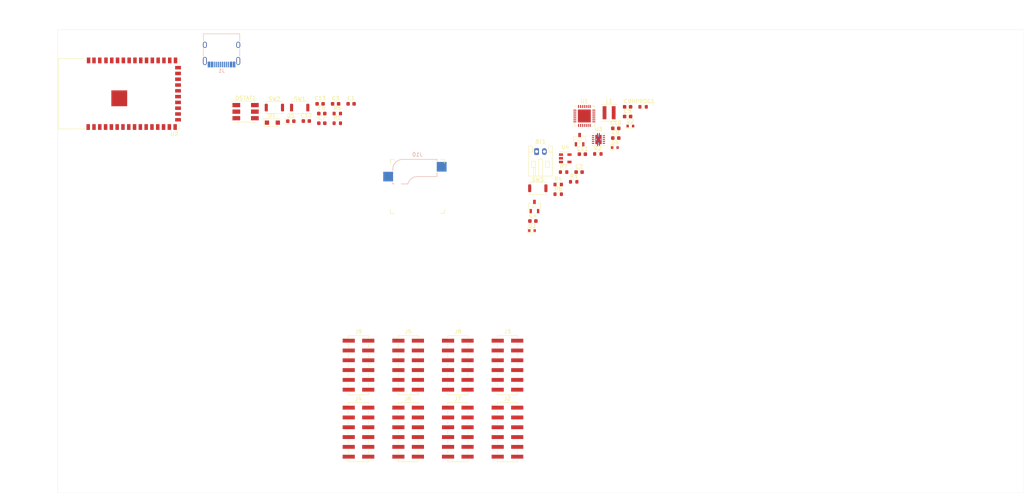
<source format=kicad_pcb>
(kicad_pcb (version 20210228) (generator pcbnew)
  (layers (0 "F.Cu" signal) (31 "B.Cu" signal) (34 "B.Paste" user) (35 "F.Paste" user) (36 "B.SilkS" user "B.Silkscreen") (37 "F.SilkS" user "F.Silkscreen") (38 "B.Mask" user) (39 "F.Mask" user) (44 "Edge.Cuts" user))
  (net 0 "")
  (net 1 "GND")
  (net 2 "+BATT")
  (net 3 "Net-(C1-Pad1)")
  (net 4 "+5V")
  (net 5 "+3V3")
  (net 6 "Net-(C4-Pad1)")
  (net 7 "Net-(C5-Pad1)")
  (net 8 "/EN")
  (net 9 "/IO0")
  (net 10 "VBUS")
  (net 11 "/D-")
  (net 12 "/D+")
  (net 13 "Net-(D5-Pad1)")
  (net 16 "/STAT_LED_C")
  (net 17 "/STAT_LED_D")
  (net 22 "/SMRST")
  (net 24 "/Submodule connectors/I2C_SCL_IN")
  (net 26 "/Submodule connectors/I2C_SDA_IN")
  (net 41 "Net-(L1-Pad2)")
  (net 42 "Net-(L1-Pad1)")
  (net 43 "/~DTR")
  (net 44 "/~RTS")
  (net 45 "Net-(R3-Pad2)")
  (net 46 "Net-(R4-Pad1)")
  (net 47 "Net-(R6-Pad1)")
  (net 48 "Net-(RPROG1-Pad2)")
  (net 50 "/TXD")
  (net 51 "/RXD")
  (footprint "RF_Module:ESP32-S2-WROVER" (layer "F.Cu") (at 39.624 36.576 90)
    (fp_text reference "U2" (at -10.41 10.53) (layer "F.SilkS"))
    (fp_text value "ESP32-S2-WROVER")
    (pad "1" smd rect (at -8.625 -11.775 90) (size 1.5 0.9) (layers "F.Cu" "F.Paste" "F.Mask") (net 1 "GND"))
    (pad "2" smd rect (at -8.625 -10.275 90) (size 1.5 0.9) (layers "F.Cu" "F.Paste" "F.Mask") (net 5 "+3V3"))
    (pad "3" smd rect (at -8.625 -8.775 90) (size 1.5 0.9) (layers "F.Cu" "F.Paste" "F.Mask") (net 9 "/IO0"))
    (pad "4" smd rect (at -8.625 -7.275 90) (size 1.5 0.9) (layers "F.Cu" "F.Paste" "F.Mask"))
    (pad "5" smd rect (at -8.625 -5.775 90) (size 1.5 0.9) (layers "F.Cu" "F.Paste" "F.Mask"))
    (pad "6" smd rect (at -8.625 -4.275 90) (size 1.5 0.9) (layers "F.Cu" "F.Paste" "F.Mask"))
    (pad "7" smd rect (at -8.625 -2.775 90) (size 1.5 0.9) (layers "F.Cu" "F.Paste" "F.Mask"))
    (pad "8" smd rect (at -8.625 -1.275 90) (size 1.5 0.9) (layers "F.Cu" "F.Paste" "F.Mask"))
    (pad "9" smd rect (at -8.625 0.225 90) (size 1.5 0.9) (layers "F.Cu" "F.Paste" "F.Mask"))
    (pad "10" smd rect (at -8.625 1.725 90) (size 1.5 0.9) (layers "F.Cu" "F.Paste" "F.Mask"))
    (pad "11" smd rect (at -8.625 3.225 90) (size 1.5 0.9) (layers "F.Cu" "F.Paste" "F.Mask"))
    (pad "12" smd rect (at -8.625 4.725 90) (size 1.5 0.9) (layers "F.Cu" "F.Paste" "F.Mask"))
    (pad "13" smd rect (at -8.625 6.225 90) (size 1.5 0.9) (layers "F.Cu" "F.Paste" "F.Mask"))
    (pad "14" smd rect (at -8.625 7.725 90) (size 1.5 0.9) (layers "F.Cu" "F.Paste" "F.Mask"))
    (pad "15" smd rect (at -8.625 9.225 270) (size 1.5 0.9) (layers "F.Cu" "F.Paste" "F.Mask"))
    (pad "16" smd rect (at -8.625 10.725 270) (size 1.5 0.9) (layers "F.Cu" "F.Paste" "F.Mask"))
    (pad "17" smd rect (at -6.75 11.475 90) (size 0.9 1.5) (layers "F.Cu" "F.Paste" "F.Mask"))
    (pad "18" smd rect (at -5.25 11.475 90) (size 0.9 1.5) (layers "F.Cu" "F.Paste" "F.Mask"))
    (pad "19" smd rect (at -3.75 11.475 90) (size 0.9 1.5) (layers "F.Cu" "F.Paste" "F.Mask"))
    (pad "20" smd rect (at -2.25 11.475 90) (size 0.9 1.5) (layers "F.Cu" "F.Paste" "F.Mask"))
    (pad "21" smd rect (at -0.75 11.475 90) (size 0.9 1.5) (layers "F.Cu" "F.Paste" "F.Mask"))
    (pad "22" smd rect (at 0.75 11.475 90) (size 0.9 1.5) (layers "F.Cu" "F.Paste" "F.Mask"))
    (pad "23" smd rect (at 2.25 11.475 90) (size 0.9 1.5) (layers "F.Cu" "F.Paste" "F.Mask"))
    (pad "24" smd rect (at 3.75 11.475 90) (size 0.9 1.5) (layers "F.Cu" "F.Paste" "F.Mask"))
    (pad "25" smd rect (at 5.25 11.475 90) (size 0.9 1.5) (layers "F.Cu" "F.Paste" "F.Mask"))
    (pad "26" smd rect (at 6.75 11.475 90) (size 0.9 1.5) (layers "F.Cu" "F.Paste" "F.Mask") (net 1 "GND"))
    (pad "27" smd rect (at 8.625 10.825 90) (size 1.5 0.9) (layers "F.Cu" "F.Paste" "F.Mask"))
    (pad "28" smd rect (at 8.625 9.325 90) (size 1.5 0.9) (layers "F.Cu" "F.Paste" "F.Mask"))
    (pad "29" smd rect (at 8.625 7.825 90) (size 1.5 0.9) (layers "F.Cu" "F.Paste" "F.Mask"))
    (pad "30" smd rect (at 8.625 6.325 90) (size 1.5 0.9) (layers "F.Cu" "F.Paste" "F.Mask"))
    (pad "31" smd rect (at 8.625 4.825 90) (size 1.5 0.9) (layers "F.Cu" "F.Paste" "F.Mask"))
    (pad "32" smd rect (at 8.625 3.325 90) (size 1.5 0.9) (layers "F.Cu" "F.Paste" "F.Mask"))
    (pad "33" smd rect (at 8.625 1.825 90) (size 1.5 0.9) (layers "F.Cu" "F.Paste" "F.Mask"))
    (pad "34" smd rect (at 8.625 0.325 90) (size 1.5 0.9) (layers "F.Cu" "F.Paste" "F.Mask"))
    (pad "35" smd rect (at 8.625 -1.175 90) (size 1.5 0.9) (layers "F.Cu" "F.Paste" "F.Mask"))
    (pad "36" smd rect (at 8.625 -2.675 90) (size 1.5 0.9) (layers "F.Cu" "F.Paste" "F.Mask"))
    (pad "37" smd rect (at 8.625 -4.175 90) (size 1.5 0.9) (layers "F.Cu" "F.Paste" "F.Mask"))
    (pad "38" smd rect (at 8.625 -5.675 90) (size 1.5 0.9) (layers "F.Cu" "F.Paste" "F.Mask"))
    (pad "39" smd rect (at 8.625 -7.175 90) (size 1.5 0.9) (layers "F.Cu" "F.Paste" "F.Mask"))
    (pad "40" smd rect (at 8.625 -8.775 90) (size 1.5 0.9) (layers "F.Cu" "F.Paste" "F.Mask"))
    (pad "41" smd rect (at 8.625 -10.275 90) (size 1.5 0.9) (layers "F.Cu" "F.Paste" "F.Mask") (net 8 "/EN"))
    (pad "42" smd rect (at 8.625 -11.675 90) (size 1.5 0.9) (layers "F.Cu" "F.Paste" "F.Mask") (net 1 "GND"))
    (pad "43" smd rect (at -1.19 -3.735 90) (size 4.1 4.1) (layers "F.Cu" "F.Paste" "F.Mask") (net 1 "GND"))
  )
  (footprint "Package_TO_SOT_SMD:SOT-23-5" (layer "F.Cu") (at 151.291 53.302)
    (fp_text reference "U4" (at 0 -2.9) (layer "F.SilkS"))
    (fp_text value "MCP73831-2-OT")
    (pad "1" smd rect (at -1.1 -0.95) (size 1.06 0.65) (layers "F.Cu" "F.Paste" "F.Mask") (net 47 "Net-(R6-Pad1)"))
    (pad "2" smd rect (at -1.1 0) (size 1.06 0.65) (layers "F.Cu" "F.Paste" "F.Mask") (net 1 "GND"))
    (pad "3" smd rect (at -1.1 0.95) (size 1.06 0.65) (layers "F.Cu" "F.Paste" "F.Mask") (net 2 "+BATT"))
    (pad "4" smd rect (at 1.1 0.95) (size 1.06 0.65) (layers "F.Cu" "F.Paste" "F.Mask") (net 4 "+5V"))
    (pad "5" smd rect (at 1.1 -0.95) (size 1.06 0.65) (layers "F.Cu" "F.Paste" "F.Mask") (net 48 "Net-(RPROG1-Pad2)"))
  )
  (footprint "Connector_PinHeader_2.54mm:PinHeader_2x06_P2.54mm_Vertical_SMD" (layer "F.Cu") (at 110.641 124.242)
    (fp_text reference "J6" (at 0 -8.68) (layer "F.SilkS"))
    (fp_text value "SubModule 1")
    (pad "1" smd rect (at -2.525 -6.35) (size 3.15 1) (layers "F.Cu" "F.Paste" "F.Mask") (net 1 "GND"))
    (pad "2" smd rect (at 2.525 -6.35) (size 3.15 1) (layers "F.Cu" "F.Paste" "F.Mask") (net 1 "GND"))
    (pad "3" smd rect (at -2.525 -3.81) (size 3.15 1) (layers "F.Cu" "F.Paste" "F.Mask") (net 5 "+3V3"))
    (pad "4" smd rect (at 2.525 -3.81) (size 3.15 1) (layers "F.Cu" "F.Paste" "F.Mask") (net 1 "GND"))
    (pad "5" smd rect (at -2.525 -1.27) (size 3.15 1) (layers "F.Cu" "F.Paste" "F.Mask") (net 1 "GND"))
    (pad "6" smd rect (at 2.525 -1.27) (size 3.15 1) (layers "F.Cu" "F.Paste" "F.Mask") (net 26 "/Submodule connectors/I2C_SDA_IN"))
    (pad "7" smd rect (at -2.525 1.27) (size 3.15 1) (layers "F.Cu" "F.Paste" "F.Mask"))
    (pad "8" smd rect (at 2.525 1.27) (size 3.15 1) (layers "F.Cu" "F.Paste" "F.Mask") (net 24 "/Submodule connectors/I2C_SCL_IN"))
    (pad "9" smd rect (at -2.525 3.81) (size 3.15 1) (layers "F.Cu" "F.Paste" "F.Mask"))
    (pad "10" smd rect (at 2.525 3.81) (size 3.15 1) (layers "F.Cu" "F.Paste" "F.Mask") (net 22 "/SMRST"))
    (pad "11" smd rect (at -2.525 6.35) (size 3.15 1) (layers "F.Cu" "F.Paste" "F.Mask") (net 1 "GND"))
    (pad "12" smd rect (at 2.525 6.35) (size 3.15 1) (layers "F.Cu" "F.Paste" "F.Mask") (net 5 "+3V3"))
  )
  (footprint "Button_Switch_SMD:SW_Push_SPST_NO_Alps_SKRK" (layer "F.Cu") (at 144.191 61.062)
    (fp_text reference "SW3" (at 0 -2.25) (layer "F.SilkS"))
    (fp_text value "RESET")
    (pad "1" smd roundrect (at -2.1 0) (size 0.8 2) (layers "F.Cu" "F.Paste" "F.Mask") (net 8 "/EN"))
    (pad "2" smd roundrect (at 2.1 0) (size 0.8 2) (layers "F.Cu" "F.Paste" "F.Mask") (net 1 "GND"))
  )
  (footprint "Button_Switch_SMD:SW_Push_SPST_NO_Alps_SKRK" (layer "F.Cu") (at 82.58 40.169)
    (fp_text reference "SW1" (at 0 -2.25) (layer "F.SilkS"))
    (fp_text value "SW_Push")
    (pad "1" smd roundrect (at -2.1 0) (size 0.8 2) (layers "F.Cu" "F.Paste" "F.Mask") (net 2 "+BATT"))
    (pad "2" smd roundrect (at 2.1 0) (size 0.8 2) (layers "F.Cu" "F.Paste" "F.Mask") (net 6 "Net-(C4-Pad1)"))
  )
  (footprint "Connector_PinHeader_2.54mm:PinHeader_2x06_P2.54mm_Vertical_SMD" (layer "F.Cu") (at 123.491 106.892)
    (fp_text reference "J8" (at 0 -8.68) (layer "F.SilkS"))
    (fp_text value "SubModule 1")
    (pad "1" smd rect (at -2.525 -6.35) (size 3.15 1) (layers "F.Cu" "F.Paste" "F.Mask") (net 1 "GND"))
    (pad "2" smd rect (at 2.525 -6.35) (size 3.15 1) (layers "F.Cu" "F.Paste" "F.Mask") (net 1 "GND"))
    (pad "3" smd rect (at -2.525 -3.81) (size 3.15 1) (layers "F.Cu" "F.Paste" "F.Mask") (net 5 "+3V3"))
    (pad "4" smd rect (at 2.525 -3.81) (size 3.15 1) (layers "F.Cu" "F.Paste" "F.Mask") (net 5 "+3V3"))
    (pad "5" smd rect (at -2.525 -1.27) (size 3.15 1) (layers "F.Cu" "F.Paste" "F.Mask") (net 1 "GND"))
    (pad "6" smd rect (at 2.525 -1.27) (size 3.15 1) (layers "F.Cu" "F.Paste" "F.Mask") (net 26 "/Submodule connectors/I2C_SDA_IN"))
    (pad "7" smd rect (at -2.525 1.27) (size 3.15 1) (layers "F.Cu" "F.Paste" "F.Mask"))
    (pad "8" smd rect (at 2.525 1.27) (size 3.15 1) (layers "F.Cu" "F.Paste" "F.Mask") (net 24 "/Submodule connectors/I2C_SCL_IN"))
    (pad "9" smd rect (at -2.525 3.81) (size 3.15 1) (layers "F.Cu" "F.Paste" "F.Mask"))
    (pad "10" smd rect (at 2.525 3.81) (size 3.15 1) (layers "F.Cu" "F.Paste" "F.Mask") (net 22 "/SMRST"))
    (pad "11" smd rect (at -2.525 6.35) (size 3.15 1) (layers "F.Cu" "F.Paste" "F.Mask") (net 1 "GND"))
    (pad "12" smd rect (at 2.525 6.35) (size 3.15 1) (layers "F.Cu" "F.Paste" "F.Mask") (net 5 "+3V3"))
  )
  (footprint "libs:SOT346" (layer "F.Cu") (at 143.321 65.792)
    (fp_text reference "Q1" (at 0 0) (layer "F.SilkS") (effects (font (size 0.7 0.7) (thickness 0.07))))
    (fp_text value "DTC114T" hide)
    (pad "1" smd rect (at -0.95 1.2) (size 0.6 1.1) (layers "F.Cu" "F.Paste" "F.Mask") (net 44 "/~RTS"))
    (pad "2" smd rect (at 0.95 1.2) (size 0.6 1.1) (layers "F.Cu" "F.Paste" "F.Mask") (net 43 "/~DTR"))
    (pad "3" smd rect (at 0 -1.2) (size 0.7 1.1) (layers "F.Cu" "F.Paste" "F.Mask") (net 9 "/IO0"))
  )
  (footprint "Capacitor_SMD:C_0603_1608Metric" (layer "F.Cu") (at 88.3 44.219)
    (fp_text reference "C7" (at 0 -1.43) (layer "F.SilkS"))
    (fp_text value "4.7uF")
    (pad "1" smd roundrect (at -0.775 0) (size 0.9 0.95) (layers "F.Cu" "F.Paste" "F.Mask") (net 2 "+BATT"))
    (pad "2" smd roundrect (at 0.775 0) (size 0.9 0.95) (layers "F.Cu" "F.Paste" "F.Mask") (net 1 "GND"))
  )
  (footprint "Capacitor_SMD:C_0603_1608Metric" (layer "F.Cu") (at 164.371 45.542)
    (fp_text reference "C10" (at 0 -1.43) (layer "F.SilkS"))
    (fp_text value "0.1uF")
    (pad "1" smd roundrect (at -0.775 0) (size 0.9 0.95) (layers "F.Cu" "F.Paste" "F.Mask") (net 1 "GND"))
    (pad "2" smd roundrect (at 0.775 0) (size 0.9 0.95) (layers "F.Cu" "F.Paste" "F.Mask") (net 9 "/IO0"))
  )
  (footprint "Resistor_SMD:R_0603_1608Metric" (layer "F.Cu") (at 153.481 59.392)
    (fp_text reference "R3" (at 0 -1.43) (layer "F.SilkS"))
    (fp_text value "1K")
    (pad "1" smd roundrect (at -0.825 0) (size 0.8 0.95) (layers "F.Cu" "F.Paste" "F.Mask") (net 5 "+3V3"))
    (pad "2" smd roundrect (at 0.825 0) (size 0.8 0.95) (layers "F.Cu" "F.Paste" "F.Mask") (net 45 "Net-(R3-Pad2)"))
  )
  (footprint "Connector_JST:JST_PH_S2B-PH-K_1x02_P2.00mm_Horizontal" (layer "F.Cu") (at 143.891 51.562)
    (fp_text reference "BT1" (at 1 -2.55) (layer "F.SilkS"))
    (fp_text value "LiPo")
    (pad "1" thru_hole roundrect (at 0 0) (size 1.2 1.75) (drill 0.75) (layers *.Cu *.Mask) (roundrect_rratio 0.208333) (net 2 "+BATT"))
    (pad "2" thru_hole oval (at 2 0) (size 1.2 1.75) (drill 0.75) (layers *.Cu *.Mask) (net 1 "GND"))
  )
  (footprint "Resistor_SMD:R_0603_1608Metric" (layer "F.Cu") (at 92.31 41.709)
    (fp_text reference "R5" (at 0 -1.43) (layer "F.SilkS"))
    (fp_text value "100")
    (pad "1" smd roundrect (at -0.825 0) (size 0.8 0.95) (layers "F.Cu" "F.Paste" "F.Mask") (net 7 "Net-(C5-Pad1)"))
    (pad "2" smd roundrect (at 0.825 0) (size 0.8 0.95) (layers "F.Cu" "F.Paste" "F.Mask") (net 6 "Net-(C4-Pad1)"))
  )
  (footprint "Connector_PinHeader_2.54mm:PinHeader_2x06_P2.54mm_Vertical_SMD" (layer "F.Cu") (at 136.341 106.892)
    (fp_text reference "J3" (at 0 -8.68) (layer "F.SilkS"))
    (fp_text value "SubModule 1")
    (pad "1" smd rect (at -2.525 -6.35) (size 3.15 1) (layers "F.Cu" "F.Paste" "F.Mask") (net 1 "GND"))
    (pad "2" smd rect (at 2.525 -6.35) (size 3.15 1) (layers "F.Cu" "F.Paste" "F.Mask") (net 1 "GND"))
    (pad "3" smd rect (at -2.525 -3.81) (size 3.15 1) (layers "F.Cu" "F.Paste" "F.Mask") (net 1 "GND"))
    (pad "4" smd rect (at 2.525 -3.81) (size 3.15 1) (layers "F.Cu" "F.Paste" "F.Mask") (net 5 "+3V3"))
    (pad "5" smd rect (at -2.525 -1.27) (size 3.15 1) (layers "F.Cu" "F.Paste" "F.Mask") (net 1 "GND"))
    (pad "6" smd rect (at 2.525 -1.27) (size 3.15 1) (layers "F.Cu" "F.Paste" "F.Mask") (net 26 "/Submodule connectors/I2C_SDA_IN"))
    (pad "7" smd rect (at -2.525 1.27) (size 3.15 1) (layers "F.Cu" "F.Paste" "F.Mask"))
    (pad "8" smd rect (at 2.525 1.27) (size 3.15 1) (layers "F.Cu" "F.Paste" "F.Mask") (net 24 "/Submodule connectors/I2C_SCL_IN"))
    (pad "9" smd rect (at -2.525 3.81) (size 3.15 1) (layers "F.Cu" "F.Paste" "F.Mask"))
    (pad "10" smd rect (at 2.525 3.81) (size 3.15 1) (layers "F.Cu" "F.Paste" "F.Mask") (net 22 "/SMRST"))
    (pad "11" smd rect (at -2.525 6.35) (size 3.15 1) (layers "F.Cu" "F.Paste" "F.Mask") (net 1 "GND"))
    (pad "12" smd rect (at 2.525 6.35) (size 3.15 1) (layers "F.Cu" "F.Paste" "F.Mask") (net 5 "+3V3"))
  )
  (footprint "Capacitor_SMD:C_0603_1608Metric" (layer "F.Cu") (at 164.371 48.052)
    (fp_text reference "C8" (at 0 -1.43) (layer "F.SilkS"))
    (fp_text value "10uF")
    (pad "1" smd roundrect (at -0.775 0) (size 0.9 0.95) (layers "F.Cu" "F.Paste" "F.Mask") (net 5 "+3V3"))
    (pad "2" smd roundrect (at 0.775 0) (size 0.9 0.95) (layers "F.Cu" "F.Paste" "F.Mask") (net 1 "GND"))
  )
  (footprint "Capacitor_SMD:C_0603_1608Metric" (layer "F.Cu") (at 91.87 39.199)
    (fp_text reference "C3" (at 0 -1.43) (layer "F.SilkS"))
    (fp_text value "10uF")
    (pad "1" smd roundrect (at -0.775 0) (size 0.9 0.95) (layers "F.Cu" "F.Paste" "F.Mask") (net 1 "GND"))
    (pad "2" smd roundrect (at 0.775 0) (size 0.9 0.95) (layers "F.Cu" "F.Paste" "F.Mask") (net 5 "+3V3"))
  )
  (footprint "Diode_SMD:D_SOD-123F" (layer "F.Cu") (at 75.515 44.069)
    (fp_text reference "D1" (at -0.127 -1.905) (layer "F.SilkS"))
    (fp_text value "1N5819HW-7-F")
    (pad "1" smd rect (at -1.4 0) (size 1.1 1.1) (layers "F.Cu" "F.Paste" "F.Mask") (net 4 "+5V"))
    (pad "2" smd rect (at 1.4 0) (size 1.1 1.1) (layers "F.Cu" "F.Paste" "F.Mask") (net 10 "VBUS"))
  )
  (footprint "Capacitor_SMD:C_0603_1608Metric" (layer "F.Cu") (at 88.3 41.709)
    (fp_text reference "C6" (at 0 -1.43) (layer "F.SilkS"))
    (fp_text value "10uF")
    (pad "1" smd roundrect (at -0.775 0) (size 0.9 0.95) (layers "F.Cu" "F.Paste" "F.Mask") (net 5 "+3V3"))
    (pad "2" smd roundrect (at 0.775 0) (size 0.9 0.95) (layers "F.Cu" "F.Paste" "F.Mask") (net 1 "GND"))
  )
  (footprint "Connector_PinHeader_2.54mm:PinHeader_2x06_P2.54mm_Vertical_SMD" (layer "F.Cu") (at 110.641 106.892)
    (fp_text reference "J5" (at 0 -8.68) (layer "F.SilkS"))
    (fp_text value "SubModule 1")
    (pad "1" smd rect (at -2.525 -6.35) (size 3.15 1) (layers "F.Cu" "F.Paste" "F.Mask") (net 1 "GND"))
    (pad "2" smd rect (at 2.525 -6.35) (size 3.15 1) (layers "F.Cu" "F.Paste" "F.Mask") (net 5 "+3V3"))
    (pad "3" smd rect (at -2.525 -3.81) (size 3.15 1) (layers "F.Cu" "F.Paste" "F.Mask") (net 1 "GND"))
    (pad "4" smd rect (at 2.525 -3.81) (size 3.15 1) (layers "F.Cu" "F.Paste" "F.Mask") (net 5 "+3V3"))
    (pad "5" smd rect (at -2.525 -1.27) (size 3.15 1) (layers "F.Cu" "F.Paste" "F.Mask") (net 1 "GND"))
    (pad "6" smd rect (at 2.525 -1.27) (size 3.15 1) (layers "F.Cu" "F.Paste" "F.Mask") (net 26 "/Submodule connectors/I2C_SDA_IN"))
    (pad "7" smd rect (at -2.525 1.27) (size 3.15 1) (layers "F.Cu" "F.Paste" "F.Mask"))
    (pad "8" smd rect (at 2.525 1.27) (size 3.15 1) (layers "F.Cu" "F.Paste" "F.Mask") (net 24 "/Submodule connectors/I2C_SCL_IN"))
    (pad "9" smd rect (at -2.525 3.81) (size 3.15 1) (layers "F.Cu" "F.Paste" "F.Mask"))
    (pad "10" smd rect (at 2.525 3.81) (size 3.15 1) (layers "F.Cu" "F.Paste" "F.Mask") (net 22 "/SMRST"))
    (pad "11" smd rect (at -2.525 6.35) (size 3.15 1) (layers "F.Cu" "F.Paste" "F.Mask") (net 1 "GND"))
    (pad "12" smd rect (at 2.525 6.35) (size 3.15 1) (layers "F.Cu" "F.Paste" "F.Mask") (net 5 "+3V3"))
  )
  (footprint "Inductor_SMD:L_Coilcraft_XxL4040" (layer "F.Cu") (at 162.641 41.502)
    (fp_text reference "L1" (at 0 -3) (layer "F.SilkS"))
    (fp_text value "2.2uH")
    (pad "1" smd rect (at -1.185 0) (size 0.98 3.4) (layers "F.Cu" "F.Paste" "F.Mask") (net 42 "Net-(L1-Pad1)"))
    (pad "2" smd rect (at 1.185 0) (size 0.98 3.4) (layers "F.Cu" "F.Paste" "F.Mask") (net 41 "Net-(L1-Pad2)"))
  )
  (footprint "Package_SON:Texas_DRC0010J_ThermalVias" (layer "F.Cu") (at 159.891 48.442)
    (fp_text reference "U3" (at 0.02032 -2.7) (layer "F.SilkS"))
    (fp_text value "TPS63001")
    (pad "1" smd rect (at -1.4 -1) (size 0.6 0.24) (layers "F.Cu" "F.Paste" "F.Mask") (net 5 "+3V3"))
    (pad "2" smd rect (at -1.4 -0.5) (size 0.6 0.24) (layers "F.Cu" "F.Paste" "F.Mask") (net 41 "Net-(L1-Pad2)"))
    (pad "3" smd rect (at -1.4 0) (size 0.6 0.24) (layers "F.Cu" "F.Paste" "F.Mask") (net 1 "GND"))
    (pad "4" smd rect (at -1.4 0.5) (size 0.6 0.24) (layers "F.Cu" "F.Paste" "F.Mask") (net 42 "Net-(L1-Pad1)"))
    (pad "5" smd rect (at -1.4 1) (size 0.6 0.24) (layers "F.Cu" "F.Paste" "F.Mask") (net 6 "Net-(C4-Pad1)"))
    (pad "6" smd rect (at 1.4 1) (size 0.6 0.24) (layers "F.Cu" "F.Paste" "F.Mask") (net 7 "Net-(C5-Pad1)"))
    (pad "7" smd rect (at 1.4 0.5) (size 0.6 0.24) (layers "F.Cu" "F.Paste" "F.Mask") (net 7 "Net-(C5-Pad1)"))
    (pad "8" smd rect (at 1.4 0) (size 0.6 0.24) (layers "F.Cu" "F.Paste" "F.Mask") (net 7 "Net-(C5-Pad1)"))
    (pad "9" smd rect (at 1.4 -0.5) (size 0.6 0.24) (layers "F.Cu" "F.Paste" "F.Mask") (net 1 "GND"))
    (pad "10" smd rect (at 1.4 -1) (size 0.6 0.24) (layers "F.Cu" "F.Paste" "F.Mask") (net 5 "+3V3"))
    (pad "11" thru_hole circle (at 0.575 0) (size 0.5 0.5) (drill 0.2) (layers *.Cu) (net 1 "GND"))
    (pad "11" thru_hole circle (at 0 -0.95) (size 0.5 0.5) (drill 0.2) (layers *.Cu) (net 1 "GND"))
    (pad "11" thru_hole circle (at -0.575 0) (size 0.5 0.5) (drill 0.2) (layers *.Cu) (net 1 "GND"))
    (pad "11" thru_hole circle (at 0 0.95) (size 0.5 0.5) (drill 0.2) (layers *.Cu) (net 1 "GND"))
    (pad "11" smd custom (at 0 0) (size 1.65 2.4) (layers "F.Cu" "F.Mask") (net 1 "GND") (options (clearance outline) (anchor rect)) (primitives (gr_poly (pts (xy -0.375 -1.1) (xy -0.375 -1.7) (xy -0.125 -1.7) (xy -0.125 -1.1) (xy 0.125 -1.1) (xy 0.125 -1.7) (xy 0.375 -1.7) (xy 0.375 1.7) (xy 0.125 1.7) (xy 0.125 1.1) (xy -0.125 1.1) (xy -0.125 1.7) (xy -0.375 1.7)) (width 0) (fill yes))))
  )
  (footprint "Diode_SMD:D_SOD-523" (layer "F.Cu") (at 142.691 72.032)
    (fp_text reference "D3" (at 0 -1.3) (layer "F.SilkS"))
    (fp_text value "LESD5D5.0CT1G")
    (pad "1" smd rect (at -0.7 0 180) (size 0.6 0.7) (layers "F.Cu" "F.Paste" "F.Mask") (net 1 "GND"))
    (pad "2" smd rect (at 0.7 0 180) (size 0.6 0.7) (layers "F.Cu" "F.Paste" "F.Mask") (net 12 "/D+"))
  )
  (footprint "Resistor_SMD:R_0603_1608Metric" (layer "F.Cu") (at 92.31 44.219)
    (fp_text reference "R1" (at 0 -1.43) (layer "F.SilkS"))
    (fp_text value "22.1K")
    (pad "1" smd roundrect (at -0.825 0) (size 0.8 0.95) (layers "F.Cu" "F.Paste" "F.Mask") (net 10 "VBUS"))
    (pad "2" smd roundrect (at 0.825 0) (size 0.8 0.95) (layers "F.Cu" "F.Paste" "F.Mask") (net 3 "Net-(C1-Pad1)"))
  )
  (footprint "Capacitor_SMD:C_0603_1608Metric" (layer "F.Cu") (at 154.881 56.882)
    (fp_text reference "C2" (at 0 -1.43) (layer "F.SilkS"))
    (fp_text value "10uF")
    (pad "1" smd roundrect (at -0.775 0) (size 0.9 0.95) (layers "F.Cu" "F.Paste" "F.Mask") (net 4 "+5V"))
    (pad "2" smd roundrect (at 0.775 0) (size 0.9 0.95) (layers "F.Cu" "F.Paste" "F.Mask") (net 1 "GND"))
  )
  (footprint "Resistor_SMD:R_0603_1608Metric" (layer "F.Cu") (at 150.871 56.882)
    (fp_text reference "R7" (at 0 -1.43) (layer "F.SilkS"))
    (fp_text value "10K")
    (pad "1" smd roundrect (at -0.825 0) (size 0.8 0.95) (layers "F.Cu" "F.Paste" "F.Mask") (net 5 "+3V3"))
    (pad "2" smd roundrect (at 0.825 0) (size 0.8 0.95) (layers "F.Cu" "F.Paste" "F.Mask") (net 8 "/EN"))
  )
  (footprint "Button_Switch_SMD:SW_Push_SPST_NO_Alps_SKRK" (layer "F.Cu") (at 76.03 40.169)
    (fp_text reference "SW2" (at 0 -2.25) (layer "F.SilkS"))
    (fp_text value "PROG")
    (pad "1" smd roundrect (at -2.1 0) (size 0.8 2) (layers "F.Cu" "F.Paste" "F.Mask") (net 9 "/IO0"))
    (pad "2" smd roundrect (at 2.1 0) (size 0.8 2) (layers "F.Cu" "F.Paste" "F.Mask") (net 1 "GND"))
  )
  (footprint "Diode_SMD:D_SOD-523" (layer "F.Cu") (at 168.151 44.962)
    (fp_text reference "D2" (at 0 -1.3) (layer "F.SilkS"))
    (fp_text value "LESD5D5.0CT1G")
    (pad "1" smd rect (at -0.7 0 180) (size 0.6 0.7) (layers "F.Cu" "F.Paste" "F.Mask") (net 1 "GND"))
    (pad "2" smd rect (at 0.7 0 180) (size 0.6 0.7) (layers "F.Cu" "F.Paste" "F.Mask") (net 11 "/D-"))
  )
  (footprint "Capacitor_SMD:C_0603_1608Metric" (layer "F.Cu") (at 87.86 39.199)
    (fp_text reference "C13" (at 0 -1.43) (layer "F.SilkS"))
    (fp_text value "0.1uF(16V)")
    (pad "1" smd roundrect (at -0.775 0) (size 0.9 0.95) (layers "F.Cu" "F.Paste" "F.Mask") (net 5 "+3V3"))
    (pad "2" smd roundrect (at 0.775 0) (size 0.9 0.95) (layers "F.Cu" "F.Paste" "F.Mask") (net 1 "GND"))
  )
  (footprint "Capacitor_SMD:C_0603_1608Metric" (layer "F.Cu") (at 155.721 52.232)
    (fp_text reference "C11" (at 0 -1.43) (layer "F.SilkS"))
    (fp_text value "0.1uF")
    (pad "1" smd roundrect (at -0.775 0) (size 0.9 0.95) (layers "F.Cu" "F.Paste" "F.Mask") (net 1 "GND"))
    (pad "2" smd roundrect (at 0.775 0) (size 0.9 0.95) (layers "F.Cu" "F.Paste" "F.Mask") (net 8 "/EN"))
  )
  (footprint "Resistor_SMD:R_0603_1608Metric" (layer "F.Cu") (at 149.471 60.092)
    (fp_text reference "R4" (at 0 -1.43) (layer "F.SilkS"))
    (fp_text value "10K")
    (pad "1" smd roundrect (at -0.825 0) (size 0.8 0.95) (layers "F.Cu" "F.Paste" "F.Mask") (net 46 "Net-(R4-Pad1)"))
    (pad "2" smd roundrect (at 0.825 0) (size 0.8 0.95) (layers "F.Cu" "F.Paste" "F.Mask") (net 5 "+3V3"))
  )
  (footprint "Capacitor_SMD:C_0603_1608Metric" (layer "F.Cu") (at 84.29 43.649)
    (fp_text reference "C12" (at 0 -1.43) (layer "F.SilkS"))
    (fp_text value "10uF(25V)")
    (pad "1" smd roundrect (at -0.775 0) (size 0.9 0.95) (layers "F.Cu" "F.Paste" "F.Mask") (net 5 "+3V3"))
    (pad "2" smd roundrect (at 0.775 0) (size 0.9 0.95) (layers "F.Cu" "F.Paste" "F.Mask") (net 1 "GND"))
  )
  (footprint "Resistor_SMD:R_0603_1608Metric" (layer "F.Cu") (at 159.731 52.172)
    (fp_text reference "R2" (at 0 -1.43) (layer "F.SilkS"))
    (fp_text value "47.5K")
    (pad "1" smd roundrect (at -0.825 0) (size 0.8 0.95) (layers "F.Cu" "F.Paste" "F.Mask") (net 1 "GND"))
    (pad "2" smd roundrect (at 0.825 0) (size 0.8 0.95) (layers "F.Cu" "F.Paste" "F.Mask") (net 3 "Net-(C1-Pad1)"))
  )
  (footprint "Package_DFN_QFN:QFN-28-1EP_5x5mm_P0.5mm_EP3.35x3.35mm" (layer "F.Cu") (at 156.231 42.342)
    (fp_text reference "U1" (at 0 -3.8) (layer "F.SilkS"))
    (fp_text value "CP2102N-A01-GQFN28")
    (pad "1" smd roundrect (at -2.45 -1.5) (size 0.8 0.25) (layers "F.Cu" "F.Paste" "F.Mask"))
    (pad "2" smd roundrect (at -2.45 -1) (size 0.8 0.25) (layers "F.Cu" "F.Paste" "F.Mask"))
    (pad "3" smd roundrect (at -2.45 -0.5) (size 0.8 0.25) (layers "F.Cu" "F.Paste" "F.Mask") (net 1 "GND"))
    (pad "4" smd roundrect (at -2.45 0) (size 0.8 0.25) (layers "F.Cu" "F.Paste" "F.Mask") (net 12 "/D+"))
    (pad "5" smd roundrect (at -2.45 0.5) (size 0.8 0.25) (layers "F.Cu" "F.Paste" "F.Mask") (net 11 "/D-"))
    (pad "6" smd roundrect (at -2.45 1) (size 0.8 0.25) (layers "F.Cu" "F.Paste" "F.Mask") (net 5 "+3V3"))
    (pad "7" smd roundrect (at -2.45 1.5) (size 0.8 0.25) (layers "F.Cu" "F.Paste" "F.Mask") (net 5 "+3V3"))
    (pad "8" smd roundrect (at -1.5 2.45) (size 0.25 0.8) (layers "F.Cu" "F.Paste" "F.Mask") (net 3 "Net-(C1-Pad1)"))
    (pad "9" smd roundrect (at -1 2.45) (size 0.25 0.8) (layers "F.Cu" "F.Paste" "F.Mask") (net 45 "Net-(R3-Pad2)"))
    (pad "10" smd roundrect (at -0.5 2.45) (size 0.25 0.8) (layers "F.Cu" "F.Paste" "F.Mask"))
    (pad "11" smd roundrect (at 0 2.45) (size 0.25 0.8) (layers "F.Cu" "F.Paste" "F.Mask") (net 46 "Net-(R4-Pad1)"))
    (pad "12" smd roundrect (at 0.5 2.45) (size 0.25 0.8) (layers "F.Cu" "F.Paste" "F.Mask"))
    (pad "13" smd roundrect (at 1 2.45) (size 0.25 0.8) (layers "F.Cu" "F.Paste" "F.Mask"))
    (pad "14" smd roundrect (at 1.5 2.45) (size 0.25 0.8) (layers "F.Cu" "F.Paste" "F.Mask"))
    (pad "15" smd roundrect (at 2.45 1.5) (size 0.8 0.25) (layers "F.Cu" "F.Paste" "F.Mask"))
    (pad "16" smd roundrect (at 2.45 1) (size 0.8 0.25) (layers "F.Cu" "F.Paste" "F.Mask"))
    (pad "17" smd roundrect (at 2.45 0.5) (size 0.8 0.25) (layers "F.Cu" "F.Paste" "F.Mask"))
    (pad "18" smd roundrect (at 2.45 0) (size 0.8 0.25) (layers "F.Cu" "F.Paste" "F.Mask"))
    (pad "19" smd roundrect (at 2.45 -0.5) (size 0.8 0.25) (layers "F.Cu" "F.Paste" "F.Mask"))
    (pad "20" smd roundrect (at 2.45 -1) (size 0.8 0.25) (layers "F.Cu" "F.Paste" "F.Mask"))
    (pad "21" smd roundrect (at 2.45 -1.5) (size 0.8 0.25) (layers "F.Cu" "F.Paste" "F.Mask"))
    (pad "22" smd roundrect (at 1.5 -2.45) (size 0.25 0.8) (layers "F.Cu" "F.Paste" "F.Mask"))
    (pad "23" smd roundrect (at 1 -2.45) (size 0.25 0.8) (layers "F.Cu" "F.Paste" "F.Mask"))
    (pad "24" smd roundrect (at 0.5 -2.45) (size 0.25 0.8) (layers "F.Cu" "F.Paste" "F.Mask") (net 44 "/~RTS"))
    (pad "25" smd roundrect (at 0 -2.45) (size 0.25 0.8) (layers "F.Cu" "F.Paste" "F.Mask") (net 51 "/RXD"))
    (pad "26" smd roundrect (at -0.5 -2.45) (size 0.25 0.8) (layers "F.Cu" "F.Paste" "F.Mask") (net 50 "/TXD"))
    (pad "27" smd roundrect (at -1 -2.45) (size 0.25 0.8) (layers "F.Cu" "F.Paste" "F.Mask"))
    (pad "28" smd roundrect (at -1.5 -2.45) (size 0.25 0.8) (layers "F.Cu" "F.Paste" "F.Mask") (net 43 "/~DTR"))
    (pad "29" smd rect (at 0 0) (size 3.35 3.35) (layers "F.Cu" "F.Mask") (net 1 "GND"))
  )
  (footprint "Capacitor_SMD:C_0603_1608Metric" (layer "F.Cu") (at 167.431 42.482)
    (fp_text reference "C5" (at 0 -1.43) (layer "F.SilkS"))
    (fp_text value "0.1uF")
    (pad "1" smd roundrect (at -0.775 0) (size 0.9 0.95) (layers "F.Cu" "F.Paste" "F.Mask") (net 7 "Net-(C5-Pad1)"))
    (pad "2" smd roundrect (at 0.775 0) (size 0.9 0.95) (layers "F.Cu" "F.Paste" "F.Mask") (net 1 "GND"))
  )
  (footprint "Capacitor_SMD:C_0603_1608Metric" (layer "F.Cu") (at 142.921 69.552)
    (fp_text reference "C4" (at 0 -1.43) (layer "F.SilkS"))
    (fp_text value "10uF")
    (pad "1" smd roundrect (at -0.775 0) (size 0.9 0.95) (layers "F.Cu" "F.Paste" "F.Mask") (net 6 "Net-(C4-Pad1)"))
    (pad "2" smd roundrect (at 0.775 0) (size 0.9 0.95) (layers "F.Cu" "F.Paste" "F.Mask") (net 1 "GND"))
  )
  (footprint "Resistor_SMD:R_0603_1608Metric" (layer "F.Cu") (at 171.441 39.972)
    (fp_text reference "RPROG1" (at 0 -1.43) (layer "F.SilkS"))
    (fp_text value "2.0k")
    (pad "1" smd roundrect (at -0.825 0) (size 0.8 0.95) (layers "F.Cu" "F.Paste" "F.Mask") (net 1 "GND"))
    (pad "2" smd roundrect (at 0.825 0) (size 0.8 0.95) (layers "F.Cu" "F.Paste" "F.Mask") (net 48 "Net-(RPROG1-Pad2)"))
  )
  (footprint "libs:Kailh_socket_MX" (layer "F.Cu") (at 113.03 60.579)
    (fp_text reference "J10" (at 0 -8.255) (layer "B.SilkS") (effects (justify mirror)))
    (fp_text value "~")
    (pad "" np_thru_hole circle (at -5.08 0) (size 1.7018 1.7018) (drill 1.7018) (layers *.Cu *.Mask))
    (pad "" np_thru_hole circle (at 2.54 -5.08) (size 3 3) (drill 3) (layers *.Cu *.Mask))
    (pad "" np_thru_hole circle (at 0 0) (size 3.9878 3.9878) (drill 3.9878) (layers *.Cu *.Mask))
    (pad "" np_thru_hole circle (at 5.08 0) (size 1.7018 1.7018) (drill 1.7018) (layers *.Cu *.Mask))
    (pad "" np_thru_hole circle (at -3.81 -2.54) (size 3 3) (drill 3) (layers *.Cu *.Mask))
    (pad "1" smd rect (at 6.29 -5.08) (size 2.55 2.5) (layers "B.Cu" "B.Paste" "B.Mask") (net 5 "+3V3"))
    (pad "2" smd rect (at -7.56 -2.54) (size 2.55 2.5) (layers "B.Cu" "B.Paste" "B.Mask") (net 1 "GND"))
  )
  (footprint "Connector_PinHeader_2.54mm:PinHeader_2x06_P2.54mm_Vertical_SMD" (layer "F.Cu") (at 97.791 106.892)
    (fp_text reference "J9" (at 0 -8.68) (layer "F.SilkS"))
    (fp_text value "SubModule 1")
    (pad "1" smd rect (at -2.525 -6.35) (size 3.15 1) (layers "F.Cu" "F.Paste" "F.Mask") (net 1 "GND"))
    (pad "2" smd rect (at 2.525 -6.35) (size 3.15 1) (layers "F.Cu" "F.Paste" "F.Mask") (net 5 "+3V3"))
    (pad "3" smd rect (at -2.525 -3.81) (size 3.15 1) (layers "F.Cu" "F.Paste" "F.Mask") (net 5 "+3V3"))
    (pad "4" smd rect (at 2.525 -3.81) (size 3.15 1) (layers "F.Cu" "F.Paste" "F.Mask") (net 5 "+3V3"))
    (pad "5" smd rect (at -2.525 -1.27) (size 3.15 1) (layers "F.Cu" "F.Paste" "F.Mask") (net 1 "GND"))
    (pad "6" smd rect (at 2.525 -1.27) (size 3.15 1) (layers "F.Cu" "F.Paste" "F.Mask") (net 26 "/Submodule connectors/I2C_SDA_IN"))
    (pad "7" smd rect (at -2.525 1.27) (size 3.15 1) (layers "F.Cu" "F.Paste" "F.Mask"))
    (pad "8" smd rect (at 2.525 1.27) (size 3.15 1) (layers "F.Cu" "F.Paste" "F.Mask") (net 24 "/Submodule connectors/I2C_SCL_IN"))
    (pad "9" smd rect (at -2.525 3.81) (size 3.15 1) (layers "F.Cu" "F.Paste" "F.Mask"))
    (pad "10" smd rect (at 2.525 3.81) (size 3.15 1) (layers "F.Cu" "F.Paste" "F.Mask") (net 22 "/SMRST"))
    (pad "11" smd rect (at -2.525 6.35) (size 3.15 1) (layers "F.Cu" "F.Paste" "F.Mask") (net 1 "GND"))
    (pad "12" smd rect (at 2.525 6.35) (size 3.15 1) (layers "F.Cu" "F.Paste" "F.Mask") (net 5 "+3V3"))
  )
  (footprint "LED_SMD:LED_RGB_5050-6" (layer "F.Cu") (at 68.58 41.219)
    (fp_text reference "DSTAT1" (at 0 -3.5 180) (layer "F.SilkS"))
    (fp_text value "APA102")
    (pad "1" smd rect (at -2.4 -1.7 90) (size 1.1 2) (layers "F.Cu" "F.Paste" "F.Mask") (net 17 "/STAT_LED_D"))
    (pad "2" smd rect (at -2.4 0 90) (size 1.1 2) (layers "F.Cu" "F.Paste" "F.Mask") (net 16 "/STAT_LED_C"))
    (pad "3" smd rect (at -2.4 1.7 90) (size 1.1 2) (layers "F.Cu" "F.Paste" "F.Mask") (net 1 "GND"))
    (pad "4" smd rect (at 2.4 1.7 90) (size 1.1 2) (layers "F.Cu" "F.Paste" "F.Mask") (net 5 "+3V3"))
    (pad "5" smd rect (at 2.4 0 90) (size 1.1 2) (layers "F.Cu" "F.Paste" "F.Mask"))
    (pad "6" smd rect (at 2.4 -1.7 90) (size 1.1 2) (layers "F.Cu" "F.Paste" "F.Mask"))
  )
  (footprint "Resistor_SMD:R_0603_1608Metric" (layer "F.Cu") (at 149.471 62.602)
    (fp_text reference "R6" (at 0 -1.43) (layer "F.SilkS"))
    (fp_text value "470")
    (pad "1" smd roundrect (at -0.825 0) (size 0.8 0.95) (layers "F.Cu" "F.Paste" "F.Mask") (net 47 "Net-(R6-Pad1)"))
    (pad "2" smd roundrect (at 0.825 0) (size 0.8 0.95) (layers "F.Cu" "F.Paste" "F.Mask") (net 13 "Net-(D5-Pad1)"))
  )
  (footprint "Connector_PinHeader_2.54mm:PinHeader_2x06_P2.54mm_Vertical_SMD" (layer "F.Cu") (at 123.491 124.242)
    (fp_text reference "J7" (at 0 -8.68) (layer "F.SilkS"))
    (fp_text value "SubModule 1")
    (pad "1" smd rect (at -2.525 -6.35) (size 3.15 1) (layers "F.Cu" "F.Paste" "F.Mask") (net 1 "GND"))
    (pad "2" smd rect (at 2.525 -6.35) (size 3.15 1) (layers "F.Cu" "F.Paste" "F.Mask") (net 5 "+3V3"))
    (pad "3" smd rect (at -2.525 -3.81) (size 3.15 1) (layers "F.Cu" "F.Paste" "F.Mask") (net 5 "+3V3"))
    (pad "4" smd rect (at 2.525 -3.81) (size 3.15 1) (layers "F.Cu" "F.Paste" "F.Mask") (net 1 "GND"))
    (pad "5" smd rect (at -2.525 -1.27) (size 3.15 1) (layers "F.Cu" "F.Paste" "F.Mask") (net 1 "GND"))
    (pad "6" smd rect (at 2.525 -1.27) (size 3.15 1) (layers "F.Cu" "F.Paste" "F.Mask") (net 26 "/Submodule connectors/I2C_SDA_IN"))
    (pad "7" smd rect (at -2.525 1.27) (size 3.15 1) (layers "F.Cu" "F.Paste" "F.Mask"))
    (pad "8" smd rect (at 2.525 1.27) (size 3.15 1) (layers "F.Cu" "F.Paste" "F.Mask") (net 24 "/Submodule connectors/I2C_SCL_IN"))
    (pad "9" smd rect (at -2.525 3.81) (size 3.15 1) (layers "F.Cu" "F.Paste" "F.Mask"))
    (pad "10" smd rect (at 2.525 3.81) (size 3.15 1) (layers "F.Cu" "F.Paste" "F.Mask") (net 22 "/SMRST"))
    (pad "11" smd rect (at -2.525 6.35) (size 3.15 1) (layers "F.Cu" "F.Paste" "F.Mask") (net 1 "GND"))
    (pad "12" smd rect (at 2.525 6.35) (size 3.15 1) (layers "F.Cu" "F.Paste" "F.Mask") (net 5 "+3V3"))
  )
  (footprint "LED_SMD:LED_0603_1608Metric" (layer "F.Cu") (at 80.28 43.689)
    (fp_text reference "D5" (at 0 -1.43) (layer "F.SilkS"))
    (fp_text value "Charging")
    (pad "1" smd roundrect (at -0.7875 0) (size 0.875 0.95) (layers "F.Cu" "F.Paste" "F.Mask") (net 13 "Net-(D5-Pad1)"))
    (pad "2" smd roundrect (at 0.7875 0) (size 0.875 0.95) (layers "F.Cu" "F.Paste" "F.Mask") (net 4 "+5V"))
  )
  (footprint "Diode_SMD:D_SOD-523" (layer "F.Cu") (at 164.141 50.532)
    (fp_text reference "D4" (at 0 -1.3) (layer "F.SilkS"))
    (fp_text value "LESD5D5.0CT1G")
    (pad "1" smd rect (at -0.7 0 180) (size 0.6 0.7) (layers "F.Cu" "F.Paste" "F.Mask") (net 1 "GND"))
    (pad "2" smd rect (at 0.7 0 180) (size 0.6 0.7) (layers "F.Cu" "F.Paste" "F.Mask") (net 10 "VBUS"))
  )
  (footprint "Connector_PinHeader_2.54mm:PinHeader_2x06_P2.54mm_Vertical_SMD" (layer "F.Cu") (at 97.791 124.242)
    (fp_text reference "J4" (at 0 -8.68) (layer "F.SilkS"))
    (fp_text value "SubModule 1")
    (pad "1" smd rect (at -2.525 -6.35) (size 3.15 1) (layers "F.Cu" "F.Paste" "F.Mask") (net 1 "GND"))
    (pad "2" smd rect (at 2.525 -6.35) (size 3.15 1) (layers "F.Cu" "F.Paste" "F.Mask") (net 5 "+3V3"))
    (pad "3" smd rect (at -2.525 -3.81) (size 3.15 1) (layers "F.Cu" "F.Paste" "F.Mask") (net 1 "GND"))
    (pad "4" smd rect (at 2.525 -3.81) (size 3.15 1) (layers "F.Cu" "F.Paste" "F.Mask") (net 1 "GND"))
    (pad "5" smd rect (at -2.525 -1.27) (size 3.15 1) (layers "F.Cu" "F.Paste" "F.Mask") (net 1 "GND"))
    (pad "6" smd rect (at 2.525 -1.27) (size 3.15 1) (layers "F.Cu" "F.Paste" "F.Mask") (net 26 "/Submodule connectors/I2C_SDA_IN"))
    (pad "7" smd rect (at -2.525 1.27) (size 3.15 1) (layers "F.Cu" "F.Paste" "F.Mask"))
    (pad "8" smd rect (at 2.525 1.27) (size 3.15 1) (layers "F.Cu" "F.Paste" "F.Mask") (net 24 "/Submodule connectors/I2C_SCL_IN"))
    (pad "9" smd rect (at -2.525 3.81) (size 3.15 1) (layers "F.Cu" "F.Paste" "F.Mask"))
    (pad "10" smd rect (at 2.525 3.81) (size 3.15 1) (layers "F.Cu" "F.Paste" "F.Mask") (net 22 "/SMRST"))
    (pad "11" smd rect (at -2.525 6.35) (size 3.15 1) (layers "F.Cu" "F.Paste" "F.Mask") (net 1 "GND"))
    (pad "12" smd rect (at 2.525 6.35) (size 3.15 1) (layers "F.Cu" "F.Paste" "F.Mask") (net 5 "+3V3"))
  )
  (footprint "libs:SOT346" (layer "F.Cu") (at 155.011 48.472)
    (fp_text reference "Q2" (at 0 0) (layer "F.SilkS") (effects (font (size 0.7 0.7) (thickness 0.07))))
    (fp_text value "DTC114T" hide)
    (pad "1" smd rect (at -0.95 1.2) (size 0.6 1.1) (layers "F.Cu" "F.Paste" "F.Mask") (net 43 "/~DTR"))
    (pad "2" smd rect (at 0.95 1.2) (size 0.6 1.1) (layers "F.Cu" "F.Paste" "F.Mask") (net 44 "/~RTS"))
    (pad "3" smd rect (at 0 -1.2) (size 0.7 1.1) (layers "F.Cu" "F.Paste" "F.Mask") (net 8 "/EN"))
  )
  (footprint "Capacitor_SMD:C_0603_1608Metric" (layer "F.Cu") (at 95.88 39.199)
    (fp_text reference "C1" (at 0 -1.43) (layer "F.SilkS"))
    (fp_text value "10uF")
    (pad "1" smd roundrect (at -0.775 0) (size 0.9 0.95) (layers "F.Cu" "F.Paste" "F.Mask") (net 3 "Net-(C1-Pad1)"))
    (pad "2" smd roundrect (at 0.775 0) (size 0.9 0.95) (layers "F.Cu" "F.Paste" "F.Mask") (net 1 "GND"))
  )
  (footprint "Capacitor_SMD:C_0603_1608Metric" (layer "F.Cu") (at 167.431 39.972)
    (fp_text reference "C9" (at 0 -1.43) (layer "F.SilkS"))
    (fp_text value "1uF(10V)")
    (pad "1" smd roundrect (at -0.775 0) (size 0.9 0.95) (layers "F.Cu" "F.Paste" "F.Mask") (net 8 "/EN"))
    (pad "2" smd roundrect (at 0.775 0) (size 0.9 0.95) (layers "F.Cu" "F.Paste" "F.Mask") (net 1 "GND"))
  )
  (footprint "Connector_PinHeader_2.54mm:PinHeader_2x06_P2.54mm_Vertical_SMD" (layer "F.Cu") (at 136.341 124.242)
    (fp_text reference "J2" (at 0 -8.68) (layer "F.SilkS"))
    (fp_text value "SubModule 1")
    (pad "1" smd rect (at -2.525 -6.35) (size 3.15 1) (layers "F.Cu" "F.Paste" "F.Mask") (net 1 "GND"))
    (pad "2" smd rect (at 2.525 -6.35) (size 3.15 1) (layers "F.Cu" "F.Paste" "F.Mask") (net 1 "GND"))
    (pad "3" smd rect (at -2.525 -3.81) (size 3.15 1) (layers "F.Cu" "F.Paste" "F.Mask") (net 1 "GND"))
    (pad "4" smd rect (at 2.525 -3.81) (size 3.15 1) (layers "F.Cu" "F.Paste" "F.Mask") (net 1 "GND"))
    (pad "5" smd rect (at -2.525 -1.27) (size 3.15 1) (layers "F.Cu" "F.Paste" "F.Mask") (net 1 "GND"))
    (pad "6" smd rect (at 2.525 -1.27) (size 3.15 1) (layers "F.Cu" "F.Paste" "F.Mask") (net 26 "/Submodule connectors/I2C_SDA_IN"))
    (pad "7" smd rect (at -2.525 1.27) (size 3.15 1) (layers "F.Cu" "F.Paste" "F.Mask"))
    (pad "8" smd rect (at 2.525 1.27) (size 3.15 1) (layers "F.Cu" "F.Paste" "F.Mask") (net 24 "/Submodule connectors/I2C_SCL_IN"))
    (pad "9" smd rect (at -2.525 3.81) (size 3.15 1) (layers "F.Cu" "F.Paste" "F.Mask"))
    (pad "10" smd rect (at 2.525 3.81) (size 3.15 1) (layers "F.Cu" "F.Paste" "F.Mask") (net 22 "/SMRST"))
    (pad "11" smd rect (at -2.525 6.35) (size 3.15 1) (layers "F.Cu" "F.Paste" "F.Mask") (net 1 "GND"))
    (pad "12" smd rect (at 2.525 6.35) (size 3.15 1) (layers "F.Cu" "F.Paste" "F.Mask") (net 5 "+3V3"))
  )
  (footprint "Connector_USB:USB_C_Receptacle_HRO_TYPE-C-31-M-12" (layer "B.Cu") (at 62.357 24.967)
    (fp_text reference "J1" (at 0 5.645) (layer "B.SilkS") (effects (justify mirror)))
    (fp_text value "USB_C_Receptacle_USB2.0")
    (pad "" np_thru_hole circle (at 2.89 2.6) (size 0.65 0.65) (drill 0.65) (layers *.Cu *.Mask))
    (pad "" np_thru_hole circle (at -2.89 2.6) (size 0.65 0.65) (drill 0.65) (layers *.Cu *.Mask))
    (pad "A1" smd rect (at -3.25 4.045) (size 0.6 1.45) (layers "B.Cu" "B.Paste" "B.Mask") (net 1 "GND"))
    (pad "A4" smd rect (at -2.45 4.045) (size 0.6 1.45) (layers "B.Cu" "B.Paste" "B.Mask") (net 10 "VBUS"))
    (pad "A5" smd rect (at -1.25 4.045) (size 0.3 1.45) (layers "B.Cu" "B.Paste" "B.Mask"))
    (pad "A6" smd rect (at -0.25 4.045) (size 0.3 1.45) (layers "B.Cu" "B.Paste" "B.Mask") (net 12 "/D+"))
    (pad "A7" smd rect (at 0.25 4.045) (size 0.3 1.45) (layers "B.Cu" "B.Paste" "B.Mask") (net 11 "/D-"))
    (pad "A8" smd rect (at 1.25 4.045) (size 0.3 1.45) (layers "B.Cu" "B.Paste" "B.Mask"))
    (pad "A9" smd rect (at 2.45 4.045) (size 0.6 1.45) (layers "B.Cu" "B.Paste" "B.Mask") (net 10 "VBUS"))
    (pad "A12" smd rect (at 3.25 4.045) (size 0.6 1.45) (layers "B.Cu" "B.Paste" "B.Mask") (net 1 "GND"))
    (pad "B1" smd rect (at 3.25 4.045) (size 0.6 1.45) (layers "B.Cu" "B.Paste" "B.Mask") (net 1 "GND"))
    (pad "B4" smd rect (at 2.45 4.045) (size 0.6 1.45) (layers "B.Cu" "B.Paste" "B.Mask") (net 10 "VBUS"))
    (pad "B5" smd rect (at 1.75 4.045) (size 0.3 1.45) (layers "B.Cu" "B.Paste" "B.Mask"))
    (pad "B6" smd rect (at 0.75 4.045) (size 0.3 1.45) (layers "B.Cu" "B.Paste" "B.Mask") (net 12 "/D+"))
    (pad "B7" smd rect (at -0.75 4.045) (size 0.3 1.45) (layers "B.Cu" "B.Paste" "B.Mask") (net 11 "/D-"))
    (pad "B8" smd rect (at -1.75 4.045) (size 0.3 1.45) (layers "B.Cu" "B.Paste" "B.Mask"))
    (pad "B9" smd rect (at -2.45 4.045) (size 0.6 1.45) (layers "B.Cu" "B.Paste" "B.Mask") (net 10 "VBUS"))
    (pad "B12" smd rect (at -3.25 4.045) (size 0.6 1.45) (layers "B.Cu" "B.Paste" "B.Mask") (net 1 "GND"))
    (pad "S1" thru_hole oval (at -4.32 -1.05) (size 1 1.6) (drill oval 0.6 1.2) (layers *.Cu *.Mask) (net 1 "GND"))
    (pad "S1" thru_hole oval (at 4.32 -1.05) (size 1 1.6) (drill oval 0.6 1.2) (layers *.Cu *.Mask) (net 1 "GND"))
    (pad "S1" thru_hole oval (at 4.32 3.13) (size 1 2.1) (drill oval 0.6 1.7) (layers *.Cu *.Mask) (net 1 "GND"))
    (pad "S1" thru_hole oval (at -4.32 3.13) (size 1 2.1) (drill oval 0.6 1.7) (layers *.Cu *.Mask) (net 1 "GND"))
  )
  (gr_line (start 20 20) (end 270 20) (layer "Edge.Cuts") (width 0.05))
  (gr_line (start 20 20) (end 20 140) (layer "Edge.Cuts") (width 0.05))
  (gr_line (start 20 140) (end 270 140) (layer "Edge.Cuts") (width 0.05))
  (gr_line (start 270 20) (end 270 140) (layer "Edge.Cuts") (width 0.05))
)
</source>
